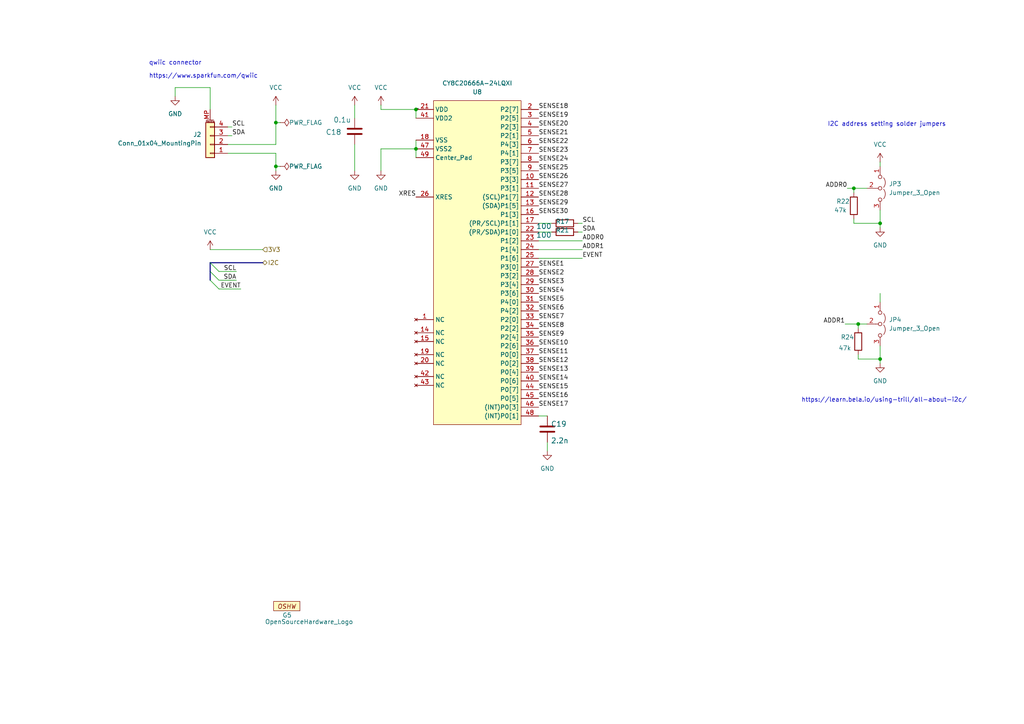
<source format=kicad_sch>
(kicad_sch (version 20250114) (generator "eeschema") (generator_version "9.0")
  (paper "A4")
  (title_block (title "Replacable LED COB Lamp") (date "2025-03-24") (rev "0") (company "WPI ECE2799 D25") (comment 1 "Raymond, Daniel") (comment 2 "Hogan, Rye") (comment 3 "Bryan, Tahje"))
  (lib_symbols
    (symbol "4ms_Power-symbol:GND" (power) (pin_names (offset 0))
      (property "Value" "GND" (at 0 -3.81 0))
      (symbol "GND_0_1"
        (polyline (pts (xy 0 0) (xy 0 -1.27) (xy 1.27 -1.27) (xy 0 -2.54) (xy -1.27 -1.27) (xy 0 -1.27)))
      )
      (symbol "GND_1_1"
        (pin power_in line (at 0 0 270) (length 0) (hide yes) (name "GND") (number "1"))
      )
    )
    (symbol "Connector_Generic_MountingPin:Conn_01x04_MountingPin" (pin_names (offset 1.016) (hide yes))
      (property "Reference" "J" (at 0 5.08 0))
      (property "Value" "Conn_01x04_MountingPin" (at 1.27 -7.62 0))
      (symbol "Conn_01x04_MountingPin_1_1"
        (rectangle (start -1.27 3.81) (end 1.27 -6.35) (stroke (width 0.254)) (fill (type background)))
        (rectangle (start -1.27 2.667) (end 0 2.413) (stroke (width 0.1524)))
        (rectangle (start -1.27 0.127) (end 0 -0.127) (stroke (width 0.1524)))
        (rectangle (start -1.27 -2.413) (end 0 -2.667) (stroke (width 0.1524)))
        (rectangle (start -1.27 -4.953) (end 0 -5.207) (stroke (width 0.1524)))
        (polyline (pts (xy -1.016 -7.112) (xy 1.016 -7.112)) (stroke (width 0.1524)))
        (text "Mounting" (at 0 -6.731 0) (effects (font (size 0.381 0.381))))
        (pin passive line (at -5.08 2.54 0) (length 3.81) (name "Pin_1") (number "1"))
        (pin passive line (at -5.08 0 0) (length 3.81) (name "Pin_2") (number "2"))
        (pin passive line (at -5.08 -2.54 0) (length 3.81) (name "Pin_3") (number "3"))
        (pin passive line (at -5.08 -5.08 0) (length 3.81) (name "Pin_4") (number "4"))
        (pin passive line (at 0 -10.16 90) (length 3.048) (name "MountPin") (number "MP"))
      )
    )
    (symbol "Device:C" (pin_numbers (hide yes)) (pin_names (offset 0.254))
      (property "Reference" "C" (at 0.635 2.54 0))
      (property "Value" "C" (at 0.635 -2.54 0))
      (symbol "C_0_1"
        (polyline (pts (xy -2.032 0.762) (xy 2.032 0.762)) (stroke (width 0.508)))
        (polyline (pts (xy -2.032 -0.762) (xy 2.032 -0.762)) (stroke (width 0.508)))
      )
      (symbol "C_1_1"
        (pin passive line (at 0 3.81 270) (length 2.794) (name "~") (number "1"))
        (pin passive line (at 0 -3.81 90) (length 2.794) (name "~") (number "2"))
      )
    )
    (symbol "Device:R" (pin_numbers (hide yes)) (pin_names (offset 0))
      (property "Reference" "R" (at 2.032 0 90))
      (property "Value" "R" (at 0 0 90))
      (symbol "R_0_1"
        (rectangle (start -1.016 -2.54) (end 1.016 2.54) (stroke (width 0.254)))
      )
      (symbol "R_1_1"
        (pin passive line (at 0 3.81 270) (length 1.27) (name "~") (number "1"))
        (pin passive line (at 0 -3.81 90) (length 1.27) (name "~") (number "2"))
      )
    )
    (symbol "Jumper:Jumper_3_Open" (pin_names (offset 0) (hide yes)) (exclude_from_sim yes) (in_bom no)
      (property "Reference" "JP" (at -2.54 -2.54 0))
      (property "Value" "Jumper_3_Open" (at 0 2.794 0))
      (symbol "Jumper_3_Open_0_0"
        (circle (center -3.302 0) (radius 0.508))
        (circle (center 0 0) (radius 0.508))
        (circle (center 3.302 0) (radius 0.508))
      )
      (symbol "Jumper_3_Open_0_1"
        (arc (start -3.048 1.016) (mid -1.651 1.4992) (end -0.254 1.016))
        (polyline (pts (xy 0 -0.508) (xy 0 -1.27)))
        (arc (start 0.254 1.016) (mid 1.651 1.4992) (end 3.048 1.016))
      )
      (symbol "Jumper_3_Open_1_1"
        (pin passive line (at -6.35 0 0) (length 2.54) (name "A") (number "1"))
        (pin passive line (at 0 -3.81 90) (length 2.54) (name "C") (number "2"))
        (pin passive line (at 6.35 0 180) (length 2.54) (name "B") (number "3"))
      )
    )
    (symbol "TRILL:CY8C206X6A"
      (property "Reference" "U" (at 0 -53.34 0))
      (property "Value" "CY8C206X6A" (at 0 -50.8 0))
      (symbol "CY8C206X6A_0_1"
        (rectangle (start -12.7 45.72) (end 12.7 -48.26) (fill (type background)))
      )
      (symbol "CY8C206X6A_1_0"
        (pin power_in line (at -17.78 43.18 0) (length 5.08) (name "VDD") (number "21"))
        (pin power_in line (at -17.78 40.64 0) (length 5.08) (name "VDD2") (number "41"))
        (pin power_in line (at -17.78 34.29 0) (length 5.08) (name "VSS") (number "18"))
        (pin power_in line (at -17.78 31.75 0) (length 5.08) (name "VSS2") (number "47"))
        (pin power_in line (at -17.78 29.21 0) (length 5.08) (name "Center_Pad") (number "49"))
        (pin input line (at -17.78 17.78 0) (length 5.08) (name "XRES") (number "26"))
        (pin no_connect line (at -17.78 -17.78 0) (length 5.08) (name "NC") (number "1"))
        (pin no_connect line (at -17.78 -21.59 0) (length 5.08) (name "NC") (number "14"))
        (pin no_connect line (at -17.78 -24.13 0) (length 5.08) (name "NC") (number "15"))
        (pin no_connect line (at -17.78 -27.94 0) (length 5.08) (name "NC") (number "19"))
        (pin no_connect line (at -17.78 -30.48 0) (length 5.08) (name "NC") (number "20"))
        (pin no_connect line (at -17.78 -34.29 0) (length 5.08) (name "NC") (number "42"))
        (pin no_connect line (at -17.78 -36.83 0) (length 5.08) (name "NC") (number "43"))
        (pin bidirectional line (at 17.78 43.18 180) (length 5.08) (name "P2[7]") (number "2"))
        (pin bidirectional line (at 17.78 40.64 180) (length 5.08) (name "P2[5]") (number "3"))
        (pin bidirectional line (at 17.78 38.1 180) (length 5.08) (name "P2[3]") (number "4"))
        (pin bidirectional line (at 17.78 35.56 180) (length 5.08) (name "P2[1]") (number "5"))
        (pin bidirectional line (at 17.78 33.02 180) (length 5.08) (name "P4[3]") (number "6"))
        (pin bidirectional line (at 17.78 30.48 180) (length 5.08) (name "P4[1]") (number "7"))
        (pin bidirectional line (at 17.78 27.94 180) (length 5.08) (name "P3[7]") (number "8"))
        (pin bidirectional line (at 17.78 25.4 180) (length 5.08) (name "P3[5]") (number "9"))
        (pin bidirectional line (at 17.78 22.86 180) (length 5.08) (name "P3[3]") (number "10"))
        (pin bidirectional line (at 17.78 20.32 180) (length 5.08) (name "P3[1]") (number "11"))
        (pin bidirectional line (at 17.78 17.78 180) (length 5.08) (name "(SCL)P1[7]") (number "12"))
        (pin bidirectional line (at 17.78 15.24 180) (length 5.08) (name "(SDA)P1[5]") (number "13"))
        (pin bidirectional line (at 17.78 12.7 180) (length 5.08) (name "P1[3]") (number "16"))
        (pin bidirectional line (at 17.78 10.16 180) (length 5.08) (name "(PR/SCL)P1[1]") (number "17"))
        (pin bidirectional line (at 17.78 7.62 180) (length 5.08) (name "(PR/SDA)P1[0]") (number "22"))
        (pin bidirectional line (at 17.78 5.08 180) (length 5.08) (name "P1[2]") (number "23"))
        (pin bidirectional line (at 17.78 2.54 180) (length 5.08) (name "P1[4]") (number "24"))
        (pin bidirectional line (at 17.78 0 180) (length 5.08) (name "P1[6]") (number "25"))
        (pin bidirectional line (at 17.78 -2.54 180) (length 5.08) (name "P3[0]") (number "27"))
        (pin bidirectional line (at 17.78 -5.08 180) (length 5.08) (name "P3[2]") (number "28"))
        (pin bidirectional line (at 17.78 -7.62 180) (length 5.08) (name "P3[4]") (number "29"))
        (pin bidirectional line (at 17.78 -10.16 180) (length 5.08) (name "P3[6]") (number "30"))
        (pin bidirectional line (at 17.78 -12.7 180) (length 5.08) (name "P4[0]") (number "31"))
        (pin bidirectional line (at 17.78 -15.24 180) (length 5.08) (name "P4[2]") (number "32"))
        (pin bidirectional line (at 17.78 -17.78 180) (length 5.08) (name "P2[0]") (number "33"))
        (pin bidirectional line (at 17.78 -20.32 180) (length 5.08) (name "P2[2]") (number "34"))
        (pin bidirectional line (at 17.78 -22.86 180) (length 5.08) (name "P2[4]") (number "35"))
        (pin bidirectional line (at 17.78 -25.4 180) (length 5.08) (name "P2[6]") (number "36"))
        (pin bidirectional line (at 17.78 -27.94 180) (length 5.08) (name "P0[0]") (number "37"))
        (pin bidirectional line (at 17.78 -30.48 180) (length 5.08) (name "P0[2]") (number "38"))
        (pin bidirectional line (at 17.78 -33.02 180) (length 5.08) (name "P0[4]") (number "39"))
        (pin bidirectional line (at 17.78 -35.56 180) (length 5.08) (name "P0[6]") (number "40"))
        (pin bidirectional line (at 17.78 -38.1 180) (length 5.08) (name "P0[7]") (number "44"))
        (pin bidirectional line (at 17.78 -40.64 180) (length 5.08) (name "P0[5]") (number "45"))
        (pin bidirectional line (at 17.78 -43.18 180) (length 5.08) (name "(INT)P0[3]") (number "46"))
        (pin bidirectional line (at 17.78 -45.72 180) (length 5.08) (name "(INT)P0[1]") (number "48"))
      )
    )
    (symbol "TRILL:OpenSourceHardware_Logo" (pin_numbers (hide yes)) (pin_names (offset 0) (hide yes)) (in_bom no)
      (property "Reference" "G" (at 0 0 0))
      (property "Value" "OpenSourceHardware_Logo" (at 0.0508 1.9812 0))
      (symbol "OpenSourceHardware_Logo_0_0"
        (text "" (at -8.2804 -10.668 0) (effects (font (size 1.27 1.27))))
        (text "" (at -5.3594 -2.286 0) (effects (font (size 1.27 1.27))))
        (text "OSHW" (at 0 6.35 0) (effects (font (size 1.27 1.27) (italic yes))))
      )
      (symbol "OpenSourceHardware_Logo_0_1"
        (rectangle (start -3.81 7.8232) (end 3.81 5.08) (fill (type background)))
      )
    )
    (symbol "power:GND" (power) (pin_names (offset 0))
      (property "Value" "GND" (at 0 -3.81 0))
      (symbol "GND_0_1"
        (polyline (pts (xy 0 0) (xy 0 -1.27) (xy 1.27 -1.27) (xy 0 -2.54) (xy -1.27 -1.27) (xy 0 -1.27)))
      )
      (symbol "GND_1_1"
        (pin power_in line (at 0 0 270) (length 0) (hide yes) (name "GND") (number "1"))
      )
    )
    (symbol "power:PWR_FLAG" (power) (pin_numbers (hide yes)) (pin_names (offset 0) (hide yes))
      (property "Value" "PWR_FLAG" (at 0 3.81 0))
      (symbol "PWR_FLAG_0_0"
        (pin power_out line (at 0 0 90) (length 0) (name "pwr") (number "1"))
      )
      (symbol "PWR_FLAG_0_1"
        (polyline (pts (xy 0 0) (xy 0 1.27) (xy -1.016 1.905) (xy 0 2.54) (xy 1.016 1.905) (xy 0 1.27)))
      )
    )
    (symbol "power:VCC" (power) (pin_numbers (hide yes)) (pin_names (offset 0) (hide yes))
      (property "Value" "VCC" (at 0 3.556 0))
      (symbol "VCC_0_1"
        (polyline (pts (xy -0.762 1.27) (xy 0 2.54)))
        (polyline (pts (xy 0 2.54) (xy 0.762 1.27)))
        (polyline (pts (xy 0 0) (xy 0 2.54)))
      )
      (symbol "VCC_1_1"
        (pin power_in line (at 0 0 90) (length 0) (name "~") (number "1"))
      )
    )
  )
  (text "I2C address setting solder jumpers" (at 240.03 36.83 0) (effects (font (size 1.27 1.27)) (justify left bottom)))
  (text "https://www.sparkfun.com/qwiic" (at 43.18 22.86 0) (effects (font (size 1.27 1.27)) (justify left bottom)))
  (text "https://learn.bela.io/using-trill/all-about-i2c/" (at 232.41 116.84 0) (effects (font (size 1.27 1.27)) (justify left bottom)))
  (text "qwiic connector" (at 43.18 19.05 0) (effects (font (size 1.27 1.27)) (justify left bottom)))
  (junction (at 80.01 48.26))
  (junction (at 120.65 43.18))
  (junction (at 80.01 35.56))
  (junction (at 247.65 54.61))
  (junction (at 120.65 31.75))
  (junction (at 248.92 93.98))
  (junction (at 255.27 104.14))
  (junction (at 255.27 64.77))
  (bus_entry (at 60.96 76.2) (size 2.54 2.54))
  (bus_entry (at 60.96 78.74) (size 2.54 2.54))
  (bus_entry (at 60.96 81.28) (size 2.54 2.54))
  (wire (pts (xy 66.04 44.45) (xy 80.01 44.45)))
  (wire (pts (xy 167.64 64.77) (xy 168.91 64.77)))
  (wire (pts (xy 248.92 102.87) (xy 248.92 104.14)))
  (wire (pts (xy 63.5 81.28) (xy 68.58 81.28)))
  (wire (pts (xy 255.27 104.14) (xy 255.27 105.41)))
  (wire (pts (xy 255.27 46.99) (xy 255.27 48.26)))
  (wire (pts (xy 63.5 78.74) (xy 68.58 78.74)))
  (wire (pts (xy 247.65 54.61) (xy 247.65 55.88)))
  (wire (pts (xy 247.65 64.77) (xy 255.27 64.77)))
  (wire (pts (xy 102.87 30.48) (xy 102.87 34.29)))
  (wire (pts (xy 120.65 40.64) (xy 120.65 43.18)))
  (wire (pts (xy 110.49 31.75) (xy 110.49 30.48)))
  (wire (pts (xy 80.01 35.56) (xy 80.01 30.48)))
  (wire (pts (xy 255.27 66.04) (xy 255.27 64.77)))
  (wire (pts (xy 120.65 43.18) (xy 120.65 45.72)))
  (wire (pts (xy 60.96 25.4) (xy 60.96 31.75)))
  (wire (pts (xy 158.75 128.27) (xy 158.75 130.81)))
  (wire (pts (xy 156.21 64.77) (xy 160.02 64.77)))
  (bus (pts (xy 60.96 76.2) (xy 76.2 76.2)))
  (wire (pts (xy 120.65 31.75) (xy 120.65 34.29)))
  (wire (pts (xy 255.27 104.14) (xy 248.92 104.14)))
  (wire (pts (xy 80.01 41.91) (xy 80.01 35.56)))
  (wire (pts (xy 255.27 85.09) (xy 255.27 87.63)))
  (wire (pts (xy 66.04 39.37) (xy 67.31 39.37)))
  (bus (pts (xy 60.96 76.2) (xy 60.96 78.74)))
  (wire (pts (xy 50.8 25.4) (xy 50.8 27.94)))
  (wire (pts (xy 168.91 74.93) (xy 156.21 74.93)))
  (wire (pts (xy 60.96 72.39) (xy 76.2 72.39)))
  (wire (pts (xy 66.04 36.83) (xy 67.31 36.83)))
  (wire (pts (xy 255.27 60.96) (xy 255.27 64.77)))
  (wire (pts (xy 66.04 41.91) (xy 80.01 41.91)))
  (wire (pts (xy 245.11 93.98) (xy 248.92 93.98)))
  (wire (pts (xy 102.87 41.91) (xy 102.87 49.53)))
  (wire (pts (xy 110.49 49.53) (xy 110.49 43.18)))
  (wire (pts (xy 80.01 44.45) (xy 80.01 48.26)))
  (wire (pts (xy 60.96 25.4) (xy 50.8 25.4)))
  (wire (pts (xy 110.49 43.18) (xy 120.65 43.18)))
  (wire (pts (xy 255.27 100.33) (xy 255.27 104.14)))
  (wire (pts (xy 245.745 54.61) (xy 247.65 54.61)))
  (wire (pts (xy 248.92 93.98) (xy 251.46 93.98)))
  (wire (pts (xy 156.21 67.31) (xy 160.02 67.31)))
  (wire (pts (xy 156.21 120.65) (xy 158.75 120.65)))
  (wire (pts (xy 247.65 63.5) (xy 247.65 64.77)))
  (wire (pts (xy 81.28 48.26) (xy 80.01 48.26)))
  (wire (pts (xy 156.21 72.39) (xy 168.91 72.39)))
  (wire (pts (xy 247.65 54.61) (xy 251.46 54.61)))
  (wire (pts (xy 156.21 69.85) (xy 168.91 69.85)))
  (wire (pts (xy 63.5 83.82) (xy 69.85 83.82)))
  (wire (pts (xy 248.92 93.98) (xy 248.92 95.25)))
  (wire (pts (xy 81.28 35.56) (xy 80.01 35.56)))
  (wire (pts (xy 80.01 48.26) (xy 80.01 49.53)))
  (bus (pts (xy 60.96 78.74) (xy 60.96 81.28)))
  (wire (pts (xy 167.64 67.31) (xy 168.91 67.31)))
  (wire (pts (xy 110.49 31.75) (xy 120.65 31.75)))
  (label "SENSE24" (at 156.21 46.99 0))
  (label "SENSE30" (at 156.21 62.23 0))
  (label "SENSE26" (at 156.21 52.07 0))
  (label "SENSE17" (at 156.21 118.11 0))
  (label "SENSE12" (at 156.21 105.41 0))
  (label "SDA" (at 67.31 39.37 0))
  (label "SCL" (at 67.31 36.83 0))
  (label "ADDR1" (at 168.91 72.39 0))
  (label "ADDR0" (at 245.745 54.61 180))
  (label "SENSE10" (at 156.21 100.33 0))
  (label "SCL" (at 68.58 78.74 180))
  (label "SENSE25" (at 156.21 49.53 0))
  (label "SENSE22" (at 156.21 41.91 0))
  (label "SENSE6" (at 156.21 90.17 0))
  (label "SENSE15" (at 156.21 113.03 0))
  (label "ADDR1" (at 245.11 93.98 180))
  (label "EVENT" (at 69.85 83.82 180))
  (label "SENSE9" (at 156.21 97.79 0))
  (label "SENSE4" (at 156.21 85.09 0))
  (label "EVENT" (at 168.91 74.93 0))
  (label "SENSE18" (at 156.21 31.75 0))
  (label "SENSE21" (at 156.21 39.37 0))
  (label "SENSE16" (at 156.21 115.57 0))
  (label "SENSE28" (at 156.21 57.15 0))
  (label "SCL" (at 168.91 64.77 0))
  (label "SENSE7" (at 156.21 92.71 0))
  (label "SENSE13" (at 156.21 107.95 0))
  (label "SENSE20" (at 156.21 36.83 0))
  (label "SDA" (at 68.58 81.28 180))
  (label "SDA" (at 168.91 67.31 0))
  (label "SENSE5" (at 156.21 87.63 0))
  (label "SENSE27" (at 156.21 54.61 0))
  (label "SENSE14" (at 156.21 110.49 0))
  (label "SENSE8" (at 156.21 95.25 0))
  (label "SENSE11" (at 156.21 102.87 0))
  (label "SENSE1" (at 156.21 77.47 0))
  (label "SENSE29" (at 156.21 59.69 0))
  (label "SENSE23" (at 156.21 44.45 0))
  (label "VCC" (at 120.65 31.75 0) (effects (font (size 0.254 0.254))))
  (label "SENSE19" (at 156.21 34.29 0))
  (label "SENSE2" (at 156.21 80.01 0))
  (label "XRES" (at 120.65 57.15 180))
  (label "SENSE3" (at 156.21 82.55 0))
  (label "ADDR0" (at 168.91 69.85 0))
  (hierarchical_label "3V3" (shape input) (at 76.2 72.39 0))
  (hierarchical_label "I2C" (shape bidirectional) (at 76.2 76.2 0))
  (symbol (lib_id "power:PWR_FLAG") (at 81.28 48.26 270) (unit 1)
    (property "Reference" "#FLG02" (effects (hide yes)))
    (property "Value" "PWR_FLAG" (at 83.82 48.26 90) (effects (justify left)))
  )
  (symbol (lib_id "Device:R") (at 247.65 59.69 0) (unit 1)
    (property "Reference" "R22" (at 242.57 58.42 0) (effects (justify left)))
    (property "Value" "47k" (at 241.935 60.96 0) (effects (justify left)))
    (property "Footprint" "Resistor_SMD:R_0603_1608Metric" (effects (hide yes)))
  )
  (symbol (lib_id "Device:C") (at 158.75 124.46 0) (unit 1)
    (property "Reference" "C19" (at 159.766 123.825 0) (effects (font (size 1.4986 1.4986)) (justify left bottom)))
    (property "Value" "2.2n" (at 159.766 128.651 0) (effects (font (size 1.4986 1.4986)) (justify left bottom)))
    (property "Footprint" "Capacitor_SMD:C_0603_1608Metric" (effects (hide yes)))
  )
  (symbol (lib_id "TRILL:OpenSourceHardware_Logo") (at 83.185 182.245 0) (unit 1) (in_bom no)
    (property "Reference" "G5" (at 81.915 178.435 0) (effects (justify left)))
    (property "Value" "OpenSourceHardware_Logo" (at 76.835 180.34 0) (effects (justify left)))
    (property "Footprint" "TRILL:OpenSourceHardware_Logo" (effects (hide yes)))
  )
  (symbol (lib_id "4ms_Power-symbol:GND") (at 102.87 49.53 0) (unit 1)
    (property "Reference" "#PWR029" (effects (hide yes)))
    (property "Value" "GND" (at 102.87 54.61 0))
  )
  (symbol (lib_id "Jumper:Jumper_3_Open") (at 255.27 93.98 270) (unit 1) (exclude_from_sim yes) (in_bom no)
    (property "Reference" "JP4" (at 257.81 92.7099 90) (effects (justify left)))
    (property "Value" "Jumper_3_Open" (at 257.81 95.2499 90) (effects (justify left)))
    (property "Footprint" "Jumper:SolderJumper-3_P1.3mm_Open_RoundedPad1.0x1.5mm" (effects (hide yes)))
    (property "Description" "Jumper, 3-pole, both open" (effects (hide yes)))
  )
  (symbol (lib_id "power:GND") (at 255.27 66.04 0) (unit 1)
    (property "Reference" "#PWR042" (effects (hide yes)))
    (property "Value" "GND" (at 255.27 71.12 0))
  )
  (symbol (lib_id "power:GND") (at 80.01 49.53 0) (unit 1)
    (property "Reference" "#PWR027" (effects (hide yes)))
    (property "Value" "GND" (at 80.01 54.61 0))
  )
  (symbol (lib_id "Device:R") (at 163.83 64.77 90) (unit 1)
    (property "Reference" "R17" (at 165.1 63.5 90) (effects (justify left bottom)))
    (property "Value" "100" (at 160.02 64.77 90) (effects (font (size 1.4986 1.4986)) (justify left bottom)))
    (property "Footprint" "Resistor_SMD:R_0603_1608Metric" (effects (hide yes)))
  )
  (symbol (lib_id "power:VCC") (at 110.49 30.48 0) (unit 1)
    (property "Reference" "#PWR026" (effects (hide yes)))
    (property "Value" "VCC" (at 110.49 25.4 0))
    (property "Description" "Power symbol creates a global label with name \"VCC\"" (effects (hide yes)))
  )
  (symbol (lib_id "TRILL:CY8C206X6A") (at 138.43 74.93 0) (unit 1)
    (property "Reference" "U8" (at 138.43 26.67 0))
    (property "Value" "CY8C20666A-24LQXI" (at 138.43 24.13 0))
    (property "Footprint" "Package_DFN_QFN:QFN-48-1EP_6x6mm_P0.4mm_EP4.6x4.6mm" (effects (hide yes)))
    (property "Datasheet" "https://www.infineon.com/dgdl/Infineon-CY8C20XX6A_S_1.8_V_Programmable_CapSense_Controller_with_SmartSense_Auto-tuning_1-33_Buttons_0-6_Sliders-DataSheet-v26_00-EN.pdf?fileId=8ac78c8c7d0d8da4017d0ecc6dc04671" (effects (hide yes)))
  )
  (symbol (lib_id "power:GND") (at 50.8 27.94 0) (unit 1)
    (property "Reference" "#PWR023" (effects (hide yes)))
    (property "Value" "GND" (at 50.8 33.02 0))
  )
  (symbol (lib_id "Device:R") (at 248.92 99.06 0) (unit 1)
    (property "Reference" "R24" (at 243.84 97.79 0) (effects (justify left)))
    (property "Value" "47k" (at 243.205 100.965 0) (effects (justify left)))
    (property "Footprint" "Resistor_SMD:R_0603_1608Metric" (effects (hide yes)))
  )
  (symbol (lib_id "4ms_Power-symbol:GND") (at 158.75 130.81 0) (unit 1)
    (property "Reference" "#PWR036" (effects (hide yes)))
    (property "Value" "GND" (at 158.75 135.89 0))
  )
  (symbol (lib_id "Jumper:Jumper_3_Open") (at 255.27 54.61 270) (unit 1) (exclude_from_sim yes) (in_bom no)
    (property "Reference" "JP3" (at 257.81 53.3399 90) (effects (justify left)))
    (property "Value" "Jumper_3_Open" (at 257.81 55.8799 90) (effects (justify left)))
    (property "Footprint" "Jumper:SolderJumper-3_P1.3mm_Open_RoundedPad1.0x1.5mm" (effects (hide yes)))
    (property "Description" "Jumper, 3-pole, both open" (effects (hide yes)))
  )
  (symbol (lib_id "Device:R") (at 163.83 67.31 90) (unit 1)
    (property "Reference" "R21" (at 165.1 66.04 90) (effects (justify left bottom)))
    (property "Value" "100" (at 160.02 67.31 90) (effects (font (size 1.4986 1.4986)) (justify left bottom)))
    (property "Footprint" "Resistor_SMD:R_0603_1608Metric" (effects (hide yes)))
  )
  (symbol (lib_id "power:VCC") (at 60.96 72.39 0) (unit 1)
    (property "Reference" "#PWR030" (effects (hide yes)))
    (property "Value" "VCC" (at 60.96 67.31 0))
    (property "Description" "Power symbol creates a global label with name \"VCC\"" (effects (hide yes)))
  )
  (symbol (lib_id "Connector_Generic_MountingPin:Conn_01x04_MountingPin") (at 60.96 41.91 180) (unit 1)
    (property "Reference" "J2" (at 58.42 39.0143 0) (effects (justify left)))
    (property "Value" "Conn_01x04_MountingPin" (at 58.42 41.5543 0) (effects (justify left)))
    (property "Footprint" "TRILL:qwiic_horizontal_SMD" (effects (hide yes)))
  )
  (symbol (lib_id "power:VCC") (at 102.87 30.48 0) (unit 1)
    (property "Reference" "#PWR025" (effects (hide yes)))
    (property "Value" "VCC" (at 102.87 25.4 0))
    (property "Description" "Power symbol creates a global label with name \"VCC\"" (effects (hide yes)))
  )
  (symbol (lib_id "power:GND") (at 255.27 105.41 0) (unit 1)
    (property "Reference" "#PWR044" (effects (hide yes)))
    (property "Value" "GND" (at 255.27 110.49 0))
  )
  (symbol (lib_id "4ms_Power-symbol:GND") (at 110.49 49.53 0) (unit 1)
    (property "Reference" "#PWR031" (effects (hide yes)))
    (property "Value" "GND" (at 110.49 54.61 0))
  )
  (symbol (lib_id "Device:C") (at 102.87 38.1 180) (unit 1)
    (property "Reference" "C18" (at 99.06 37.465 0) (effects (font (size 1.4986 1.4986)) (justify left bottom)))
    (property "Value" "0.1u" (at 101.854 33.909 0) (effects (font (size 1.4986 1.4986)) (justify left bottom)))
    (property "Footprint" "Capacitor_SMD:C_0603_1608Metric" (effects (hide yes)))
  )
  (symbol (lib_id "power:VCC") (at 255.27 46.99 0) (unit 1)
    (property "Reference" "#PWR028" (effects (hide yes)))
    (property "Value" "VCC" (at 255.27 41.91 0))
    (property "Description" "Power symbol creates a global label with name \"VCC\"" (effects (hide yes)))
  )
  (symbol (lib_id "power:PWR_FLAG") (at 81.28 35.56 270) (unit 1)
    (property "Reference" "#FLG01" (effects (hide yes)))
    (property "Value" "PWR_FLAG" (at 83.82 35.56 90) (effects (justify left)))
  )
  (symbol (lib_id "power:VCC") (at 80.01 30.48 0) (unit 1)
    (property "Reference" "#PWR024" (effects (hide yes)))
    (property "Value" "VCC" (at 80.01 25.4 0))
    (property "Description" "Power symbol creates a global label with name \"VCC\"" (effects (hide yes)))
  )
)
</source>
